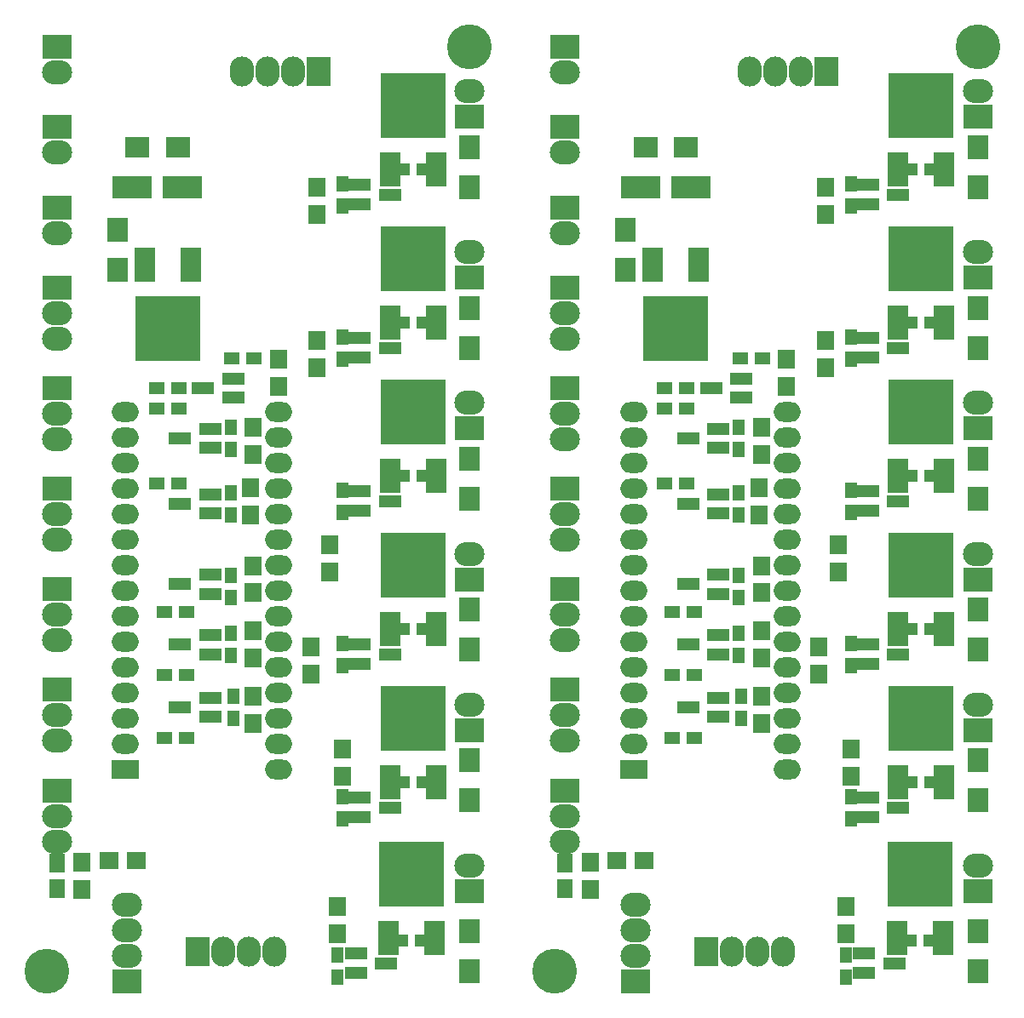
<source format=gts>
%TF.GenerationSoftware,KiCad,Pcbnew,4.0.1-stable*%
%TF.CreationDate,2016-04-03T13:48:16+02:00*%
%TF.ProjectId,ventirad,76656E74697261642E6B696361645F70,rev?*%
%TF.FileFunction,Soldermask,Top*%
%FSLAX46Y46*%
G04 Gerber Fmt 4.6, Leading zero omitted, Abs format (unit mm)*
G04 Created by KiCad (PCBNEW 4.0.1-stable) date 03/04/2016 13:48:16*
%MOMM*%
G01*
G04 APERTURE LIST*
%ADD10C,0.100000*%
%ADD11R,2.000000X2.400000*%
%ADD12C,4.464000*%
%ADD13R,1.600000X1.300000*%
%ADD14R,1.700000X1.900000*%
%ADD15R,1.300000X1.600000*%
%ADD16R,2.200860X1.200100*%
%ADD17R,2.400000X3.000000*%
%ADD18O,2.400000X3.000000*%
%ADD19R,1.900000X1.700000*%
%ADD20R,3.000000X2.400000*%
%ADD21O,3.000000X2.400000*%
%ADD22R,3.900120X2.200860*%
%ADD23R,2.051000X3.448000*%
%ADD24R,6.496000X6.496000*%
%ADD25R,1.650000X1.900000*%
%ADD26R,2.400000X2.000000*%
%ADD27R,2.686000X1.974800*%
%ADD28O,2.686000X1.974800*%
G04 APERTURE END LIST*
D10*
D11*
X208500000Y-152000000D03*
X208500000Y-156000000D03*
X208500000Y-105000000D03*
X208500000Y-109000000D03*
X208500000Y-90000000D03*
X208500000Y-94000000D03*
X208500000Y-120000000D03*
X208500000Y-124000000D03*
X208500000Y-135000000D03*
X208500000Y-139000000D03*
X208500000Y-74000000D03*
X208500000Y-78000000D03*
D12*
X166500000Y-156000000D03*
X208500000Y-64000000D03*
D13*
X177400000Y-98000000D03*
X179600000Y-98000000D03*
X177400000Y-100000000D03*
X179600000Y-100000000D03*
X177400000Y-107500000D03*
X179600000Y-107500000D03*
X178150000Y-120250000D03*
X180350000Y-120250000D03*
X178150000Y-126500000D03*
X180350000Y-126500000D03*
X178150000Y-132750000D03*
X180350000Y-132750000D03*
D14*
X189500000Y-95150000D03*
X189500000Y-97850000D03*
X187000000Y-104600000D03*
X187000000Y-101900000D03*
X186750000Y-110600000D03*
X186750000Y-107900000D03*
X187000000Y-118350000D03*
X187000000Y-115650000D03*
X187000000Y-124850000D03*
X187000000Y-122150000D03*
X187000000Y-131350000D03*
X187000000Y-128650000D03*
D13*
X187100000Y-95000000D03*
X184900000Y-95000000D03*
D15*
X184750000Y-104100000D03*
X184750000Y-101900000D03*
X184750000Y-110600000D03*
X184750000Y-108400000D03*
X184750000Y-118850000D03*
X184750000Y-116650000D03*
X184750000Y-124600000D03*
X184750000Y-122400000D03*
X185000000Y-130850000D03*
X185000000Y-128650000D03*
D16*
X185001140Y-98950000D03*
X185001140Y-97050000D03*
X181998860Y-98000000D03*
X182751140Y-103950000D03*
X182751140Y-102050000D03*
X179748860Y-103000000D03*
X182751140Y-110450000D03*
X182751140Y-108550000D03*
X179748860Y-109500000D03*
X182751140Y-118450000D03*
X182751140Y-116550000D03*
X179748860Y-117500000D03*
X182751140Y-124450000D03*
X182751140Y-122550000D03*
X179748860Y-123500000D03*
X182751140Y-130700000D03*
X182751140Y-128800000D03*
X179748860Y-129750000D03*
D17*
X193500000Y-66500000D03*
D18*
X190960000Y-66500000D03*
X188420000Y-66500000D03*
X185880000Y-66500000D03*
D17*
X181500000Y-154000000D03*
D18*
X184040000Y-154000000D03*
X186580000Y-154000000D03*
X189120000Y-154000000D03*
D13*
X203873000Y-152908000D03*
X201673000Y-152908000D03*
D15*
X195407000Y-154348000D03*
X195407000Y-156548000D03*
D14*
X195407000Y-152226000D03*
X195407000Y-149526000D03*
D19*
X175350000Y-145000000D03*
X172650000Y-145000000D03*
D14*
X170000000Y-147850000D03*
X170000000Y-145150000D03*
D13*
X204000000Y-76200000D03*
X201800000Y-76200000D03*
D15*
X195915000Y-77640000D03*
X195915000Y-79840000D03*
D14*
X193375000Y-78025000D03*
X193375000Y-80725000D03*
D13*
X204000000Y-91440000D03*
X201800000Y-91440000D03*
D15*
X195915000Y-92880000D03*
X195915000Y-95080000D03*
D14*
X193375000Y-93265000D03*
X193375000Y-95965000D03*
D13*
X204000000Y-106680000D03*
X201800000Y-106680000D03*
D15*
X195915000Y-108120000D03*
X195915000Y-110320000D03*
D14*
X194645000Y-113585000D03*
X194645000Y-116285000D03*
D13*
X204000000Y-121920000D03*
X201800000Y-121920000D03*
D15*
X195915000Y-123360000D03*
X195915000Y-125560000D03*
D14*
X192740000Y-123745000D03*
X192740000Y-126445000D03*
D13*
X204000000Y-137160000D03*
X201800000Y-137160000D03*
D15*
X195915000Y-138600000D03*
X195915000Y-140800000D03*
D14*
X195915000Y-136605000D03*
X195915000Y-133905000D03*
D20*
X208500000Y-71000000D03*
D21*
X208500000Y-68460000D03*
D20*
X208500000Y-87000000D03*
D21*
X208500000Y-84460000D03*
D20*
X208500000Y-102000000D03*
D21*
X208500000Y-99460000D03*
D20*
X208500000Y-117000000D03*
D21*
X208500000Y-114460000D03*
D20*
X208500000Y-132000000D03*
D21*
X208500000Y-129460000D03*
D20*
X208500000Y-148000000D03*
D21*
X208500000Y-145460000D03*
D20*
X167500000Y-72000000D03*
D21*
X167500000Y-74540000D03*
D20*
X174500000Y-157000000D03*
D21*
X174500000Y-154460000D03*
X174500000Y-151920000D03*
X174500000Y-149380000D03*
D20*
X167500000Y-88000000D03*
D21*
X167500000Y-90540000D03*
X167500000Y-93080000D03*
D20*
X167500000Y-98000000D03*
D21*
X167500000Y-100540000D03*
X167500000Y-103080000D03*
D20*
X167500000Y-108000000D03*
D21*
X167500000Y-110540000D03*
X167500000Y-113080000D03*
D20*
X167500000Y-118000000D03*
D21*
X167500000Y-120540000D03*
X167500000Y-123080000D03*
D20*
X167500000Y-128000000D03*
D21*
X167500000Y-130540000D03*
X167500000Y-133080000D03*
D20*
X167500000Y-138000000D03*
D21*
X167500000Y-140540000D03*
X167500000Y-143080000D03*
D20*
X167500000Y-80000000D03*
D21*
X167500000Y-82540000D03*
D22*
X179999360Y-78000000D03*
X175000640Y-78000000D03*
D23*
X180786000Y-85750000D03*
D24*
X178500000Y-92100000D03*
D23*
X176214000Y-85750000D03*
X200614000Y-76200000D03*
D24*
X202900000Y-69850000D03*
D23*
X205186000Y-76200000D03*
D16*
X197588860Y-77790000D03*
X197588860Y-79690000D03*
X200591140Y-78740000D03*
D23*
X200614000Y-91440000D03*
D24*
X202900000Y-85090000D03*
D23*
X205186000Y-91440000D03*
D16*
X197588860Y-93030000D03*
X197588860Y-94930000D03*
X200591140Y-93980000D03*
D23*
X200614000Y-106680000D03*
D24*
X202900000Y-100330000D03*
D23*
X205186000Y-106680000D03*
D16*
X197588860Y-108270000D03*
X197588860Y-110170000D03*
X200591140Y-109220000D03*
D23*
X200614000Y-121920000D03*
D24*
X202900000Y-115570000D03*
D23*
X205186000Y-121920000D03*
D16*
X197588860Y-123510000D03*
X197588860Y-125410000D03*
X200591140Y-124460000D03*
D23*
X200614000Y-137160000D03*
D24*
X202900000Y-130810000D03*
D23*
X205186000Y-137160000D03*
D16*
X197588860Y-138750000D03*
X197588860Y-140650000D03*
X200591140Y-139700000D03*
D23*
X200487000Y-152654000D03*
D24*
X202773000Y-146304000D03*
D23*
X205059000Y-152654000D03*
D16*
X197207860Y-154244000D03*
X197207860Y-156144000D03*
X200210140Y-155194000D03*
D25*
X167500000Y-145250000D03*
X167500000Y-147750000D03*
D11*
X173500000Y-86250000D03*
X173500000Y-82250000D03*
D26*
X179500000Y-74000000D03*
X175500000Y-74000000D03*
D20*
X167500000Y-64000000D03*
D21*
X167500000Y-66540000D03*
D27*
X174325000Y-135890000D03*
D28*
X174325000Y-133350000D03*
X174325000Y-130810000D03*
X174325000Y-128270000D03*
X174325000Y-125730000D03*
X174325000Y-123190000D03*
X174325000Y-120650000D03*
X174325000Y-118110000D03*
X174325000Y-115570000D03*
X174325000Y-113030000D03*
X174325000Y-110490000D03*
X174325000Y-107950000D03*
X174325000Y-105410000D03*
X174325000Y-102870000D03*
X174325000Y-100330000D03*
X189565000Y-100330000D03*
X189565000Y-102870000D03*
X189565000Y-105410000D03*
X189565000Y-107950000D03*
X189565000Y-110490000D03*
X189565000Y-113030000D03*
X189565000Y-115570000D03*
X189565000Y-118110000D03*
X189565000Y-120650000D03*
X189565000Y-123190000D03*
X189565000Y-125730000D03*
X189565000Y-128270000D03*
X189565000Y-130810000D03*
X189565000Y-133350000D03*
X189565000Y-135890000D03*
D27*
X123825000Y-135890000D03*
D28*
X123825000Y-133350000D03*
X123825000Y-130810000D03*
X123825000Y-128270000D03*
X123825000Y-125730000D03*
X123825000Y-123190000D03*
X123825000Y-120650000D03*
X123825000Y-118110000D03*
X123825000Y-115570000D03*
X123825000Y-113030000D03*
X123825000Y-110490000D03*
X123825000Y-107950000D03*
X123825000Y-105410000D03*
X123825000Y-102870000D03*
X123825000Y-100330000D03*
X139065000Y-100330000D03*
X139065000Y-102870000D03*
X139065000Y-105410000D03*
X139065000Y-107950000D03*
X139065000Y-110490000D03*
X139065000Y-113030000D03*
X139065000Y-115570000D03*
X139065000Y-118110000D03*
X139065000Y-120650000D03*
X139065000Y-123190000D03*
X139065000Y-125730000D03*
X139065000Y-128270000D03*
X139065000Y-130810000D03*
X139065000Y-133350000D03*
X139065000Y-135890000D03*
D20*
X117000000Y-64000000D03*
D21*
X117000000Y-66540000D03*
D26*
X129000000Y-74000000D03*
X125000000Y-74000000D03*
D11*
X123000000Y-86250000D03*
X123000000Y-82250000D03*
D25*
X117000000Y-145250000D03*
X117000000Y-147750000D03*
D16*
X146707860Y-154244000D03*
X146707860Y-156144000D03*
X149710140Y-155194000D03*
D23*
X149987000Y-152654000D03*
D24*
X152273000Y-146304000D03*
D23*
X154559000Y-152654000D03*
D16*
X147088860Y-138750000D03*
X147088860Y-140650000D03*
X150091140Y-139700000D03*
D23*
X150114000Y-137160000D03*
D24*
X152400000Y-130810000D03*
D23*
X154686000Y-137160000D03*
D16*
X147088860Y-123510000D03*
X147088860Y-125410000D03*
X150091140Y-124460000D03*
D23*
X150114000Y-121920000D03*
D24*
X152400000Y-115570000D03*
D23*
X154686000Y-121920000D03*
D16*
X147088860Y-108270000D03*
X147088860Y-110170000D03*
X150091140Y-109220000D03*
D23*
X150114000Y-106680000D03*
D24*
X152400000Y-100330000D03*
D23*
X154686000Y-106680000D03*
D16*
X147088860Y-93030000D03*
X147088860Y-94930000D03*
X150091140Y-93980000D03*
D23*
X150114000Y-91440000D03*
D24*
X152400000Y-85090000D03*
D23*
X154686000Y-91440000D03*
D16*
X147088860Y-77790000D03*
X147088860Y-79690000D03*
X150091140Y-78740000D03*
D23*
X150114000Y-76200000D03*
D24*
X152400000Y-69850000D03*
D23*
X154686000Y-76200000D03*
X130286000Y-85750000D03*
D24*
X128000000Y-92100000D03*
D23*
X125714000Y-85750000D03*
D22*
X129499360Y-78000000D03*
X124500640Y-78000000D03*
D20*
X117000000Y-80000000D03*
D21*
X117000000Y-82540000D03*
D20*
X117000000Y-138000000D03*
D21*
X117000000Y-140540000D03*
X117000000Y-143080000D03*
D20*
X117000000Y-128000000D03*
D21*
X117000000Y-130540000D03*
X117000000Y-133080000D03*
D20*
X117000000Y-118000000D03*
D21*
X117000000Y-120540000D03*
X117000000Y-123080000D03*
D20*
X117000000Y-108000000D03*
D21*
X117000000Y-110540000D03*
X117000000Y-113080000D03*
D20*
X117000000Y-98000000D03*
D21*
X117000000Y-100540000D03*
X117000000Y-103080000D03*
D20*
X117000000Y-88000000D03*
D21*
X117000000Y-90540000D03*
X117000000Y-93080000D03*
D20*
X124000000Y-157000000D03*
D21*
X124000000Y-154460000D03*
X124000000Y-151920000D03*
X124000000Y-149380000D03*
D20*
X117000000Y-72000000D03*
D21*
X117000000Y-74540000D03*
D20*
X158000000Y-148000000D03*
D21*
X158000000Y-145460000D03*
D20*
X158000000Y-132000000D03*
D21*
X158000000Y-129460000D03*
D20*
X158000000Y-117000000D03*
D21*
X158000000Y-114460000D03*
D20*
X158000000Y-102000000D03*
D21*
X158000000Y-99460000D03*
D20*
X158000000Y-87000000D03*
D21*
X158000000Y-84460000D03*
D20*
X158000000Y-71000000D03*
D21*
X158000000Y-68460000D03*
D14*
X145415000Y-136605000D03*
X145415000Y-133905000D03*
D15*
X145415000Y-138600000D03*
X145415000Y-140800000D03*
D13*
X153500000Y-137160000D03*
X151300000Y-137160000D03*
D14*
X142240000Y-123745000D03*
X142240000Y-126445000D03*
D15*
X145415000Y-123360000D03*
X145415000Y-125560000D03*
D13*
X153500000Y-121920000D03*
X151300000Y-121920000D03*
D14*
X144145000Y-113585000D03*
X144145000Y-116285000D03*
D15*
X145415000Y-108120000D03*
X145415000Y-110320000D03*
D13*
X153500000Y-106680000D03*
X151300000Y-106680000D03*
D14*
X142875000Y-93265000D03*
X142875000Y-95965000D03*
D15*
X145415000Y-92880000D03*
X145415000Y-95080000D03*
D13*
X153500000Y-91440000D03*
X151300000Y-91440000D03*
D14*
X142875000Y-78025000D03*
X142875000Y-80725000D03*
D15*
X145415000Y-77640000D03*
X145415000Y-79840000D03*
D13*
X153500000Y-76200000D03*
X151300000Y-76200000D03*
D14*
X119500000Y-147850000D03*
X119500000Y-145150000D03*
D19*
X124850000Y-145000000D03*
X122150000Y-145000000D03*
D14*
X144907000Y-152226000D03*
X144907000Y-149526000D03*
D15*
X144907000Y-154348000D03*
X144907000Y-156548000D03*
D13*
X153373000Y-152908000D03*
X151173000Y-152908000D03*
D17*
X131000000Y-154000000D03*
D18*
X133540000Y-154000000D03*
X136080000Y-154000000D03*
X138620000Y-154000000D03*
D17*
X143000000Y-66500000D03*
D18*
X140460000Y-66500000D03*
X137920000Y-66500000D03*
X135380000Y-66500000D03*
D16*
X132251140Y-130700000D03*
X132251140Y-128800000D03*
X129248860Y-129750000D03*
X132251140Y-124450000D03*
X132251140Y-122550000D03*
X129248860Y-123500000D03*
X132251140Y-118450000D03*
X132251140Y-116550000D03*
X129248860Y-117500000D03*
X132251140Y-110450000D03*
X132251140Y-108550000D03*
X129248860Y-109500000D03*
X132251140Y-103950000D03*
X132251140Y-102050000D03*
X129248860Y-103000000D03*
X134501140Y-98950000D03*
X134501140Y-97050000D03*
X131498860Y-98000000D03*
D15*
X134500000Y-130850000D03*
X134500000Y-128650000D03*
X134250000Y-124600000D03*
X134250000Y-122400000D03*
X134250000Y-118850000D03*
X134250000Y-116650000D03*
X134250000Y-110600000D03*
X134250000Y-108400000D03*
X134250000Y-104100000D03*
X134250000Y-101900000D03*
D13*
X136600000Y-95000000D03*
X134400000Y-95000000D03*
D14*
X136500000Y-131350000D03*
X136500000Y-128650000D03*
X136500000Y-124850000D03*
X136500000Y-122150000D03*
X136500000Y-118350000D03*
X136500000Y-115650000D03*
X136250000Y-110600000D03*
X136250000Y-107900000D03*
X136500000Y-104600000D03*
X136500000Y-101900000D03*
X139000000Y-95150000D03*
X139000000Y-97850000D03*
D13*
X127650000Y-132750000D03*
X129850000Y-132750000D03*
X127650000Y-126500000D03*
X129850000Y-126500000D03*
X127650000Y-120250000D03*
X129850000Y-120250000D03*
X126900000Y-107500000D03*
X129100000Y-107500000D03*
X126900000Y-100000000D03*
X129100000Y-100000000D03*
X126900000Y-98000000D03*
X129100000Y-98000000D03*
D12*
X158000000Y-64000000D03*
X116000000Y-156000000D03*
D11*
X158000000Y-74000000D03*
X158000000Y-78000000D03*
X158000000Y-135000000D03*
X158000000Y-139000000D03*
X158000000Y-120000000D03*
X158000000Y-124000000D03*
X158000000Y-90000000D03*
X158000000Y-94000000D03*
X158000000Y-105000000D03*
X158000000Y-109000000D03*
X158000000Y-152000000D03*
X158000000Y-156000000D03*
M02*

</source>
